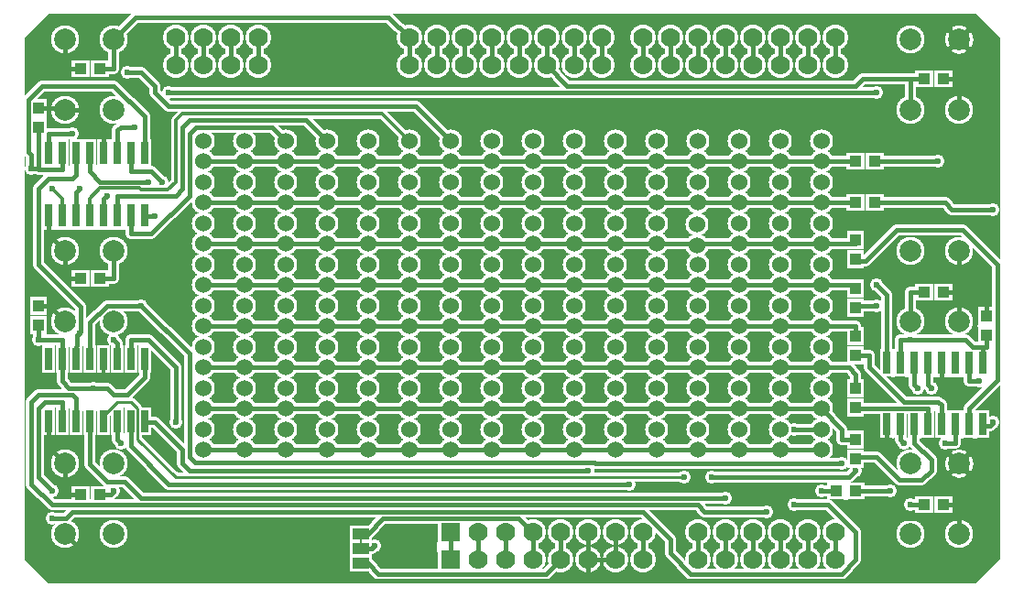
<source format=gbr>
G04 GERBER ASCII OUTPUT FROM: EDWINXP (VER. 1.61 REV. 20080315)*
G04 GERBER FORMAT: RX-274-X*
G04 BOARD: AMICUS_LED_SHIELD*
G04 ARTWORK OF SOLD.LAYERPOSITIVE SUPERIMPOSED ON NEGATIVE*
%ASAXBY*%
%FSLAX23Y23*%
%MIA0B0*%
%MOIN*%
%OFA0.0000B0.0000*%
%SFA1B1*%
%IJA0B0*%
%INLAYER29NEGPOS*%
%IOA0B0*%
%IPPOS*%
%IR0*%
G04 APERTURE MACROS*
%AMEDWDONUT*
1,1,$1,$2,$3*
1,0,$4,$2,$3*
%
%AMEDWFRECT*
20,1,$1,$2,$3,$4,$5,$6*
%
%AMEDWORECT*
20,1,$1,$2,$3,$4,$5,$10*
20,1,$1,$4,$5,$6,$7,$10*
20,1,$1,$6,$7,$8,$9,$10*
20,1,$1,$8,$9,$2,$3,$10*
1,1,$1,$2,$3*
1,1,$1,$4,$5*
1,1,$1,$6,$7*
1,1,$1,$8,$9*
%
%AMEDWLINER*
20,1,$1,$2,$3,$4,$5,$6*
1,1,$1,$2,$3*
1,1,$1,$4,$5*
%
%AMEDWFTRNG*
4,1,3,$1,$2,$3,$4,$5,$6,$7,$8,$9*
%
%AMEDWATRNG*
4,1,3,$1,$2,$3,$4,$5,$6,$7,$8,$9*
20,1,$11,$1,$2,$3,$4,$10*
20,1,$11,$3,$4,$5,$6,$10*
20,1,$11,$5,$6,$7,$8,$10*
1,1,$11,$3,$4*
1,1,$11,$5,$6*
1,1,$11,$7,$8*
%
%AMEDWOTRNG*
20,1,$1,$2,$3,$4,$5,$8*
20,1,$1,$4,$5,$6,$7,$8*
20,1,$1,$6,$7,$2,$3,$8*
1,1,$1,$2,$3*
1,1,$1,$4,$5*
1,1,$1,$6,$7*
%
G04*
G04 APERTURE LIST*
%ADD10R,0.0860X0.0860*%
%ADD11R,0.1100X0.1100*%
%ADD12R,0.0700X0.0700*%
%ADD13R,0.0940X0.0940*%
%ADD14R,0.06693X0.04724*%
%ADD15R,0.09093X0.07124*%
%ADD16R,0.05906X0.03937*%
%ADD17R,0.08306X0.06337*%
%ADD18R,0.0460X0.0500*%
%ADD19R,0.0700X0.0740*%
%ADD20R,0.0400X0.0440*%
%ADD21R,0.0640X0.0680*%
%ADD22R,0.0500X0.0460*%
%ADD23R,0.0740X0.0700*%
%ADD24R,0.0440X0.0400*%
%ADD25R,0.0680X0.0640*%
%ADD26R,0.0350X0.0900*%
%ADD27R,0.0590X0.1140*%
%ADD28R,0.0250X0.0800*%
%ADD29R,0.0490X0.1040*%
%ADD30C,0.00039*%
%ADD32C,0.0010*%
%ADD34C,0.00118*%
%ADD36C,0.0020*%
%ADD37R,0.0020X0.0020*%
%ADD38C,0.00295*%
%ADD39R,0.00295X0.00295*%
%ADD40C,0.0030*%
%ADD41R,0.0030X0.0030*%
%ADD42C,0.0040*%
%ADD43R,0.0040X0.0040*%
%ADD44C,0.00412*%
%ADD45R,0.00412X0.00412*%
%ADD46C,0.00468*%
%ADD47R,0.00468X0.00468*%
%ADD48C,0.00472*%
%ADD50C,0.0050*%
%ADD51R,0.0050X0.0050*%
%ADD52C,0.00512*%
%ADD53R,0.00512X0.00512*%
%ADD54C,0.00529*%
%ADD55R,0.00529X0.00529*%
%ADD56C,0.00591*%
%ADD57R,0.00591X0.00591*%
%ADD58C,0.00647*%
%ADD59R,0.00647X0.00647*%
%ADD60C,0.00659*%
%ADD61R,0.00659X0.00659*%
%ADD62C,0.00702*%
%ADD63R,0.00702X0.00702*%
%ADD64C,0.00706*%
%ADD65R,0.00706X0.00706*%
%ADD66C,0.0076*%
%ADD67R,0.0076X0.0076*%
%ADD68C,0.00787*%
%ADD69R,0.00787X0.00787*%
%ADD70C,0.00799*%
%ADD72C,0.0080*%
%ADD74C,0.00866*%
%ADD76C,0.00935*%
%ADD77R,0.00935X0.00935*%
%ADD78C,0.00984*%
%ADD79R,0.00984X0.00984*%
%ADD80C,0.00993*%
%ADD81R,0.00993X0.00993*%
%ADD82C,0.0100*%
%ADD83R,0.0100X0.0100*%
%ADD84C,0.01052*%
%ADD85R,0.01052X0.01052*%
%ADD86C,0.0111*%
%ADD87R,0.0111X0.0111*%
%ADD88C,0.01111*%
%ADD89R,0.01111X0.01111*%
%ADD90C,0.01169*%
%ADD91R,0.01169X0.01169*%
%ADD92C,0.01181*%
%ADD94C,0.0120*%
%ADD96C,0.0130*%
%ADD98C,0.01344*%
%ADD99R,0.01344X0.01344*%
%ADD100C,0.01345*%
%ADD101R,0.01345X0.01345*%
%ADD102C,0.01348*%
%ADD103R,0.01348X0.01348*%
%ADD104C,0.01403*%
%ADD105R,0.01403X0.01403*%
%ADD106C,0.01462*%
%ADD107R,0.01462X0.01462*%
%ADD108C,0.0150*%
%ADD109R,0.0150X0.0150*%
%ADD110C,0.01519*%
%ADD111R,0.01519X0.01519*%
%ADD112C,0.01575*%
%ADD114C,0.01579*%
%ADD115R,0.01579X0.01579*%
%ADD116C,0.0160*%
%ADD118C,0.01694*%
%ADD119R,0.01694X0.01694*%
%ADD120C,0.01699*%
%ADD121R,0.01699X0.01699*%
%ADD122C,0.01753*%
%ADD123R,0.01753X0.01753*%
%ADD124C,0.01754*%
%ADD125R,0.01754X0.01754*%
%ADD126C,0.0187*%
%ADD127R,0.0187X0.0187*%
%ADD128C,0.01871*%
%ADD129R,0.01871X0.01871*%
%ADD130C,0.01929*%
%ADD131R,0.01929X0.01929*%
%ADD132C,0.01969*%
%ADD133R,0.01969X0.01969*%
%ADD134C,0.02103*%
%ADD135R,0.02103X0.02103*%
%ADD136C,0.02105*%
%ADD137R,0.02105X0.02105*%
%ADD138C,0.02162*%
%ADD139R,0.02162X0.02162*%
%ADD140C,0.02163*%
%ADD141R,0.02163X0.02163*%
%ADD142C,0.02222*%
%ADD143R,0.02222X0.02222*%
%ADD144C,0.0228*%
%ADD145R,0.0228X0.0228*%
%ADD146C,0.02339*%
%ADD147R,0.02339X0.02339*%
%ADD148C,0.02362*%
%ADD149R,0.02362X0.02362*%
%ADD150C,0.0240*%
%ADD151R,0.0240X0.0240*%
%ADD152C,0.0240*%
%ADD153R,0.0240X0.0240*%
%ADD154C,0.02456*%
%ADD155R,0.02456X0.02456*%
%ADD156C,0.0250*%
%ADD157R,0.0250X0.0250*%
%ADD158C,0.02571*%
%ADD159R,0.02571X0.02571*%
%ADD160C,0.02688*%
%ADD161R,0.02688X0.02688*%
%ADD162C,0.02804*%
%ADD163R,0.02804X0.02804*%
%ADD164C,0.02868*%
%ADD165R,0.02868X0.02868*%
%ADD166C,0.0290*%
%ADD168C,0.02921*%
%ADD169R,0.02921X0.02921*%
%ADD170C,0.02991*%
%ADD171R,0.02991X0.02991*%
%ADD172C,0.0300*%
%ADD173R,0.0300X0.0300*%
%ADD174C,0.03038*%
%ADD175R,0.03038X0.03038*%
%ADD176C,0.03059*%
%ADD177R,0.03059X0.03059*%
%ADD178C,0.03102*%
%ADD179R,0.03102X0.03102*%
%ADD180C,0.03155*%
%ADD181R,0.03155X0.03155*%
%ADD182C,0.0316*%
%ADD183R,0.0316X0.0316*%
%ADD184C,0.03187*%
%ADD185R,0.03187X0.03187*%
%ADD186C,0.03199*%
%ADD187R,0.03199X0.03199*%
%ADD188C,0.0320*%
%ADD189R,0.0320X0.0320*%
%ADD190C,0.03266*%
%ADD192C,0.03272*%
%ADD193R,0.03272X0.03272*%
%ADD194C,0.0333*%
%ADD195R,0.0333X0.0333*%
%ADD196C,0.03335*%
%ADD197R,0.03335X0.03335*%
%ADD198C,0.03384*%
%ADD199R,0.03384X0.03384*%
%ADD200C,0.03391*%
%ADD201R,0.03391X0.03391*%
%ADD202C,0.03393*%
%ADD203R,0.03393X0.03393*%
%ADD204C,0.03452*%
%ADD205R,0.03452X0.03452*%
%ADD206C,0.0350*%
%ADD207R,0.0350X0.0350*%
%ADD208C,0.03506*%
%ADD209R,0.03506X0.03506*%
%ADD210C,0.0351*%
%ADD211R,0.0351X0.0351*%
%ADD212C,0.03511*%
%ADD213R,0.03511X0.03511*%
%ADD214C,0.03569*%
%ADD215R,0.03569X0.03569*%
%ADD216C,0.03581*%
%ADD218C,0.0360*%
%ADD220C,0.0370*%
%ADD222C,0.03739*%
%ADD223R,0.03739X0.03739*%
%ADD224C,0.03744*%
%ADD225R,0.03744X0.03744*%
%ADD226C,0.03745*%
%ADD227R,0.03745X0.03745*%
%ADD228C,0.03803*%
%ADD229R,0.03803X0.03803*%
%ADD230C,0.03862*%
%ADD231R,0.03862X0.03862*%
%ADD232C,0.0390*%
%ADD233R,0.0390X0.0390*%
%ADD234C,0.03919*%
%ADD235R,0.03919X0.03919*%
%ADD236C,0.03937*%
%ADD237R,0.03937X0.03937*%
%ADD238C,0.03973*%
%ADD239R,0.03973X0.03973*%
%ADD240C,0.03975*%
%ADD242C,0.03979*%
%ADD243R,0.03979X0.03979*%
%ADD244C,0.0400*%
%ADD245R,0.0400X0.0400*%
%ADD246C,0.0409*%
%ADD247R,0.0409X0.0409*%
%ADD248C,0.04094*%
%ADD249R,0.04094X0.04094*%
%ADD250C,0.04153*%
%ADD251R,0.04153X0.04153*%
%ADD252C,0.04154*%
%ADD253R,0.04154X0.04154*%
%ADD254C,0.04173*%
%ADD255R,0.04173X0.04173*%
%ADD256C,0.04209*%
%ADD257R,0.04209X0.04209*%
%ADD258C,0.0427*%
%ADD259R,0.0427X0.0427*%
%ADD260C,0.04271*%
%ADD261R,0.04271X0.04271*%
%ADD262C,0.04329*%
%ADD263R,0.04329X0.04329*%
%ADD264C,0.04385*%
%ADD265R,0.04385X0.04385*%
%ADD266C,0.0444*%
%ADD267R,0.0444X0.0444*%
%ADD268C,0.0450*%
%ADD269R,0.0450X0.0450*%
%ADD270C,0.04503*%
%ADD271R,0.04503X0.04503*%
%ADD272C,0.04505*%
%ADD273R,0.04505X0.04505*%
%ADD274C,0.04562*%
%ADD275R,0.04562X0.04562*%
%ADD276C,0.04563*%
%ADD277R,0.04563X0.04563*%
%ADD278C,0.04622*%
%ADD279R,0.04622X0.04622*%
%ADD280C,0.0468*%
%ADD281R,0.0468X0.0468*%
%ADD282C,0.0470*%
%ADD283R,0.0470X0.0470*%
%ADD284C,0.04739*%
%ADD285R,0.04739X0.04739*%
%ADD286C,0.04762*%
%ADD287R,0.04762X0.04762*%
%ADD288C,0.04856*%
%ADD289R,0.04856X0.04856*%
%ADD290C,0.0490*%
%ADD291R,0.0490X0.0490*%
%ADD292C,0.04908*%
%ADD293R,0.04908X0.04908*%
%ADD294C,0.04971*%
%ADD295R,0.04971X0.04971*%
%ADD296C,0.0500*%
%ADD297R,0.0500X0.0500*%
%ADD298C,0.05025*%
%ADD299R,0.05025X0.05025*%
%ADD300C,0.05088*%
%ADD301R,0.05088X0.05088*%
%ADD302C,0.05118*%
%ADD303R,0.05118X0.05118*%
%ADD304C,0.05141*%
%ADD305R,0.05141X0.05141*%
%ADD306C,0.05145*%
%ADD307R,0.05145X0.05145*%
%ADD308C,0.05204*%
%ADD309R,0.05204X0.05204*%
%ADD310C,0.05258*%
%ADD311R,0.05258X0.05258*%
%ADD312C,0.05321*%
%ADD313R,0.05321X0.05321*%
%ADD314C,0.05375*%
%ADD315R,0.05375X0.05375*%
%ADD316C,0.05438*%
%ADD317R,0.05438X0.05438*%
%ADD318C,0.0550*%
%ADD319R,0.0550X0.0550*%
%ADD320C,0.05555*%
%ADD321R,0.05555X0.05555*%
%ADD322C,0.0560*%
%ADD323R,0.0560X0.0560*%
%ADD324C,0.05613*%
%ADD325R,0.05613X0.05613*%
%ADD326C,0.05672*%
%ADD327R,0.05672X0.05672*%
%ADD328C,0.0570*%
%ADD329R,0.0570X0.0570*%
%ADD330C,0.05726*%
%ADD331R,0.05726X0.05726*%
%ADD332C,0.0573*%
%ADD333R,0.0573X0.0573*%
%ADD334C,0.05788*%
%ADD335R,0.05788X0.05788*%
%ADD336C,0.05791*%
%ADD337R,0.05791X0.05791*%
%ADD338C,0.05846*%
%ADD339R,0.05846X0.05846*%
%ADD340C,0.0590*%
%ADD341R,0.0590X0.0590*%
%ADD342C,0.05905*%
%ADD343R,0.05905X0.05905*%
%ADD344C,0.05906*%
%ADD345R,0.05906X0.05906*%
%ADD346C,0.0600*%
%ADD347R,0.0600X0.0600*%
%ADD348C,0.06139*%
%ADD349R,0.06139X0.06139*%
%ADD350C,0.0620*%
%ADD351R,0.0620X0.0620*%
%ADD352C,0.06201*%
%ADD353R,0.06201X0.06201*%
%ADD354C,0.06373*%
%ADD355R,0.06373X0.06373*%
%ADD356C,0.06485*%
%ADD357R,0.06485X0.06485*%
%ADD358C,0.0649*%
%ADD359R,0.0649X0.0649*%
%ADD360C,0.0650*%
%ADD361R,0.0650X0.0650*%
%ADD362C,0.06609*%
%ADD363R,0.06609X0.06609*%
%ADD364C,0.06693*%
%ADD365R,0.06693X0.06693*%
%ADD366C,0.06785*%
%ADD367R,0.06785X0.06785*%
%ADD368C,0.0684*%
%ADD369R,0.0684X0.0684*%
%ADD370C,0.0690*%
%ADD371R,0.0690X0.0690*%
%ADD372C,0.06906*%
%ADD373R,0.06906X0.06906*%
%ADD374C,0.06953*%
%ADD375R,0.06953X0.06953*%
%ADD376C,0.0700*%
%ADD377R,0.0700X0.0700*%
%ADD378C,0.0710*%
%ADD379R,0.0710X0.0710*%
%ADD380C,0.07308*%
%ADD381R,0.07308X0.07308*%
%ADD382C,0.0740*%
%ADD383R,0.0740X0.0740*%
%ADD384C,0.07425*%
%ADD385R,0.07425X0.07425*%
%ADD386C,0.0750*%
%ADD387R,0.0750X0.0750*%
%ADD388C,0.07541*%
%ADD389R,0.07541X0.07541*%
%ADD390C,0.07545*%
%ADD391R,0.07545X0.07545*%
%ADD392C,0.07598*%
%ADD394C,0.0760*%
%ADD396C,0.07658*%
%ADD397R,0.07658X0.07658*%
%ADD398C,0.07775*%
%ADD399R,0.07775X0.07775*%
%ADD400C,0.07874*%
%ADD402C,0.0790*%
%ADD403R,0.0790X0.0790*%
%ADD404C,0.0800*%
%ADD405R,0.0800X0.0800*%
%ADD406C,0.08013*%
%ADD407R,0.08013X0.08013*%
%ADD408C,0.0810*%
%ADD409R,0.0810X0.0810*%
%ADD410C,0.08126*%
%ADD411R,0.08126X0.08126*%
%ADD412C,0.08188*%
%ADD413R,0.08188X0.08188*%
%ADD414C,0.08246*%
%ADD415R,0.08246X0.08246*%
%ADD416C,0.08296*%
%ADD417R,0.08296X0.08296*%
%ADD418C,0.08305*%
%ADD419R,0.08305X0.08305*%
%ADD420C,0.08306*%
%ADD421R,0.08306X0.08306*%
%ADD422C,0.0840*%
%ADD423R,0.0840X0.0840*%
%ADD424C,0.08598*%
%ADD426C,0.0860*%
%ADD427R,0.0860X0.0860*%
%ADD428C,0.08601*%
%ADD429R,0.08601X0.08601*%
%ADD430C,0.0870*%
%ADD431R,0.0870X0.0870*%
%ADD432C,0.08828*%
%ADD433R,0.08828X0.08828*%
%ADD434C,0.08885*%
%ADD435R,0.08885X0.08885*%
%ADD436C,0.0890*%
%ADD437R,0.0890X0.0890*%
%ADD438C,0.0900*%
%ADD439R,0.0900X0.0900*%
%ADD440C,0.09062*%
%ADD441R,0.09062X0.09062*%
%ADD442C,0.09093*%
%ADD443R,0.09093X0.09093*%
%ADD444C,0.09237*%
%ADD445R,0.09237X0.09237*%
%ADD446C,0.09353*%
%ADD447R,0.09353X0.09353*%
%ADD448C,0.0940*%
%ADD449R,0.0940X0.0940*%
%ADD450C,0.0970*%
%ADD451R,0.0970X0.0970*%
%ADD452C,0.09705*%
%ADD453R,0.09705X0.09705*%
%ADD454C,0.09843*%
%ADD455R,0.09843X0.09843*%
%ADD456C,0.0990*%
%ADD457R,0.0990X0.0990*%
%ADD458C,0.09998*%
%ADD460C,0.1000*%
%ADD461R,0.1000X0.1000*%
%ADD462C,0.10274*%
%ADD464C,0.1040*%
%ADD465R,0.1040X0.1040*%
%ADD466C,0.10465*%
%ADD467R,0.10465X0.10465*%
%ADD468C,0.10696*%
%ADD469R,0.10696X0.10696*%
%ADD470C,0.10998*%
%ADD472C,0.1100*%
%ADD473R,0.1100X0.1100*%
%ADD474C,0.1110*%
%ADD475R,0.1110X0.1110*%
%ADD476C,0.1120*%
%ADD477R,0.1120X0.1120*%
%ADD478C,0.11228*%
%ADD479R,0.11228X0.11228*%
%ADD480C,0.1140*%
%ADD481R,0.1140X0.1140*%
%ADD482C,0.11462*%
%ADD483R,0.11462X0.11462*%
%ADD484C,0.1150*%
%ADD485R,0.1150X0.1150*%
%ADD486C,0.11637*%
%ADD487R,0.11637X0.11637*%
%ADD488C,0.1200*%
%ADD489R,0.1200X0.1200*%
%ADD490C,0.1210*%
%ADD491R,0.1210X0.1210*%
%ADD492C,0.12105*%
%ADD493R,0.12105X0.12105*%
%ADD494C,0.1240*%
%ADD495R,0.1240X0.1240*%
%ADD496C,0.1250*%
%ADD497R,0.1250X0.1250*%
%ADD498C,0.12865*%
%ADD499R,0.12865X0.12865*%
%ADD500C,0.12992*%
%ADD501R,0.12992X0.12992*%
%ADD502C,0.1300*%
%ADD503R,0.1300X0.1300*%
%ADD504C,0.13204*%
%ADD505R,0.13204X0.13204*%
%ADD506C,0.1340*%
%ADD507R,0.1340X0.1340*%
%ADD508C,0.13798*%
%ADD509R,0.13798X0.13798*%
%ADD510C,0.1390*%
%ADD511R,0.1390X0.1390*%
%ADD512C,0.1420*%
%ADD513R,0.1420X0.1420*%
%ADD514C,0.1440*%
%ADD515R,0.1440X0.1440*%
%ADD516C,0.1490*%
%ADD517R,0.1490X0.1490*%
%ADD518C,0.1520*%
%ADD519R,0.1520X0.1520*%
%ADD520C,0.15374*%
%ADD521R,0.15374X0.15374*%
%ADD522C,0.1540*%
%ADD523R,0.1540X0.1540*%
%ADD524C,0.15604*%
%ADD525R,0.15604X0.15604*%
%ADD526C,0.16198*%
%ADD527R,0.16198X0.16198*%
%ADD528C,0.1660*%
%ADD529R,0.1660X0.1660*%
%ADD530C,0.17323*%
%ADD532C,0.1760*%
%ADD533R,0.1760X0.1760*%
%ADD534C,0.17774*%
%ADD535R,0.17774X0.17774*%
%ADD536C,0.18504*%
%ADD538C,0.18898*%
%ADD540C,0.20904*%
%ADD542C,0.2126*%
%ADD544C,0.21298*%
%ADD546C,0.22217*%
%ADD547R,0.22217X0.22217*%
%ADD548C,0.22835*%
%ADD551R,0.23622X0.23622*%
%ADD553R,0.24617X0.24617*%
%ADD555R,0.24937X0.24937*%
%ADD557R,0.25257X0.25257*%
%ADD559R,0.26022X0.26022*%
%ADD561R,0.27337X0.27337*%
%ADD563R,0.27657X0.27657*%
%ADD565R,0.31496X0.31496*%
%ADD567R,0.32811X0.32811*%
%ADD569R,0.33266X0.33266*%
%ADD571R,0.33896X0.33896*%
%ADD573R,0.35211X0.35211*%
%ADD575R,0.35666X0.35666*%
%ADD577R,0.36574X0.36574*%
%ADD579R,0.38974X0.38974*%
%ADD581R,1.90361X1.90361*%
%ADD583R,1.92761X1.92761*%
G04*
%LNLLAYER29CPOURD*%
%LPD*%
G36*
X2063Y100D02*
X2025Y13D01*
X100Y13D01*
X13Y100D01*
X13Y2000D01*
X100Y2088D01*
X3475Y2088D01*
X3563Y2000D01*
X3563Y100D01*
X3475Y13D01*
X2088Y13D01*
X2063Y100D01*
G37*
G36*
X2063Y100D02*
X1975Y13D01*
X2138Y13D01*
X2063Y100D01*
G37*
%LNLLAYER29CRELIEVEC*%
%LPC*%
G36*
X42Y1714D02*
X42Y1707D01*
X95Y1707D01*
X95Y1714D01*
X42Y1714D01*
G37*
G36*
X121Y1633D02*
X121Y1540D01*
X131Y1540D01*
X131Y1633D01*
X121Y1633D01*
G37*
G36*
X165Y1533D02*
X165Y1503D01*
X182Y1503D01*
X182Y1533D01*
X165Y1533D01*
G37*
G36*
X220Y1617D02*
X220Y1632D01*
X232Y1632D01*
X232Y1617D01*
X220Y1617D01*
G37*
G36*
X217Y1622D02*
X217Y1528D01*
X229Y1528D01*
X229Y1622D01*
X217Y1622D01*
G37*
G36*
X318Y1614D02*
X318Y1632D01*
X335Y1632D01*
X335Y1614D01*
X318Y1614D01*
G37*
G36*
X318Y1621D02*
X318Y1527D01*
X329Y1527D01*
X329Y1621D01*
X318Y1621D01*
G37*
G36*
X369Y1563D02*
X369Y1633D01*
X382Y1633D01*
X382Y1563D01*
X369Y1563D01*
G37*
G36*
X366Y1662D02*
X366Y1527D01*
X431Y1527D01*
X431Y1662D01*
X366Y1662D01*
G37*
G36*
X269Y1537D02*
X269Y1487D01*
X401Y1487D01*
X401Y1537D01*
X269Y1537D01*
G37*
G36*
X472Y1478D02*
X472Y1461D01*
X505Y1461D01*
X505Y1478D01*
X472Y1478D01*
G37*
G36*
X374Y1752D02*
X374Y1683D01*
X431Y1683D01*
X431Y1752D01*
X374Y1752D01*
G37*
G36*
X361Y1717D02*
X361Y1686D01*
X382Y1686D01*
X382Y1717D01*
X361Y1717D01*
G37*
G36*
X80Y1531D02*
X80Y1302D01*
X446Y1302D01*
X446Y1531D01*
X80Y1531D01*
G37*
G36*
X467Y1339D02*
X467Y1308D01*
X485Y1308D01*
X485Y1339D01*
X467Y1339D01*
G37*
G36*
X466Y1417D02*
X466Y1346D01*
X517Y1346D01*
X517Y1417D01*
X466Y1417D01*
G37*
G36*
X510Y1414D02*
X510Y1386D01*
X567Y1386D01*
X567Y1414D01*
X510Y1414D01*
G37*
G36*
X511Y1397D02*
X511Y1356D01*
X533Y1356D01*
X533Y1397D01*
X511Y1397D01*
G37*
G36*
X526Y1400D02*
X526Y1365D01*
X548Y1365D01*
X548Y1400D01*
X526Y1400D01*
G37*
G36*
X625Y1604D02*
X625Y1425D01*
X648Y1425D01*
X648Y1604D01*
X625Y1604D01*
G37*
G36*
X156Y926D02*
X156Y875D01*
X190Y875D01*
X190Y926D01*
X156Y926D01*
G37*
G36*
X217Y911D02*
X217Y878D01*
X236Y878D01*
X236Y911D01*
X217Y911D01*
G37*
G36*
X355Y664D02*
X355Y654D01*
X397Y654D01*
X397Y664D01*
X355Y664D01*
G37*
G36*
X169Y683D02*
X169Y650D01*
X191Y650D01*
X191Y683D01*
X169Y683D01*
G37*
G36*
X196Y714D02*
X196Y642D01*
X334Y642D01*
X334Y714D01*
X196Y714D01*
G37*
G36*
X365Y561D02*
X365Y540D01*
X388Y540D01*
X388Y561D01*
X365Y561D01*
G37*
G36*
X625Y851D02*
X625Y523D01*
X650Y523D01*
X650Y851D01*
X625Y851D01*
G37*
G36*
X688Y491D02*
X688Y454D01*
X2592Y454D01*
X2592Y491D01*
X688Y491D01*
G37*
G36*
X2634Y488D02*
X2634Y468D01*
X2886Y468D01*
X2886Y488D01*
X2634Y488D01*
G37*
G36*
X3535Y948D02*
X3535Y955D01*
X3480Y955D01*
X3480Y948D01*
X3535Y948D01*
G37*
G36*
X3468Y767D02*
X3468Y858D01*
X3483Y858D01*
X3483Y767D01*
X3468Y767D01*
G37*
G36*
X3494Y886D02*
X3494Y727D01*
X3538Y727D01*
X3538Y886D01*
X3494Y886D01*
G37*
G36*
X3219Y884D02*
X3219Y765D01*
X3441Y765D01*
X3441Y884D01*
X3219Y884D01*
G37*
G36*
X3264Y776D02*
X3264Y738D01*
X3285Y738D01*
X3285Y776D01*
X3264Y776D01*
G37*
G36*
X3169Y772D02*
X3169Y869D01*
X3182Y869D01*
X3182Y772D01*
X3169Y772D01*
G37*
G36*
X3166Y797D02*
X3166Y765D01*
X3180Y765D01*
X3180Y797D01*
X3166Y797D01*
G37*
G36*
X3313Y660D02*
X3313Y641D01*
X3334Y641D01*
X3334Y660D01*
X3313Y660D01*
G37*
G36*
X3171Y634D02*
X3171Y540D01*
X3178Y540D01*
X3178Y634D01*
X3171Y634D01*
G37*
G36*
X3272Y635D02*
X3272Y541D01*
X3277Y541D01*
X3277Y635D01*
X3272Y635D01*
G37*
G36*
X3270Y551D02*
X3270Y540D01*
X3279Y540D01*
X3279Y551D01*
X3270Y551D01*
G37*
G36*
X3368Y540D02*
X3368Y645D01*
X3382Y645D01*
X3382Y540D01*
X3368Y540D01*
G37*
G36*
X3420Y556D02*
X3420Y644D01*
X3431Y644D01*
X3431Y556D01*
X3420Y556D01*
G37*
G36*
X3418Y572D02*
X3418Y540D01*
X3431Y540D01*
X3431Y572D01*
X3418Y572D01*
G37*
G36*
X3466Y552D02*
X3466Y645D01*
X3480Y645D01*
X3480Y552D01*
X3466Y552D01*
G37*
G36*
X3464Y567D02*
X3464Y540D01*
X3482Y540D01*
X3482Y567D01*
X3464Y567D01*
G37*
G36*
X3282Y464D02*
X3282Y427D01*
X3296Y427D01*
X3296Y464D01*
X3282Y464D01*
G37*
G36*
X3277Y435D02*
X3277Y416D01*
X3288Y416D01*
X3288Y435D01*
X3277Y435D01*
G37*
G36*
X3213Y406D02*
X3213Y425D01*
X3182Y425D01*
X3182Y406D01*
X3213Y406D01*
G37*
G36*
X2994Y384D02*
X2994Y317D01*
X3010Y317D01*
X3010Y384D01*
X2994Y384D01*
G37*
G36*
X2973Y215D02*
X2973Y94D01*
X3024Y94D01*
X3024Y215D01*
X2973Y215D01*
G37*
G36*
X1585Y240D02*
X1585Y65D01*
X1644Y65D01*
X1644Y240D01*
X1585Y240D01*
G37*
G36*
X1680Y236D02*
X1680Y65D01*
X1738Y65D01*
X1738Y236D01*
X1680Y236D01*
G37*
G36*
X1779Y237D02*
X1779Y63D01*
X1836Y63D01*
X1836Y237D01*
X1779Y237D01*
G37*
G36*
X1515Y163D02*
X1515Y129D01*
X1848Y129D01*
X1848Y163D01*
X1515Y163D01*
G37*
D422*
X1113Y575D02*D03*
X1113Y501D02*D03*
X1113Y725D02*D03*
X1113Y651D02*D03*
X1113Y875D02*D03*
X1113Y801D02*D03*
X1113Y1025D02*D03*
X1113Y951D02*D03*
X1113Y1175D02*D03*
X1113Y1101D02*D03*
D448*
X2263Y2000D02*D03*
X2363Y2000D02*D03*
X2463Y2000D02*D03*
X2563Y2000D02*D03*
X2663Y2000D02*D03*
X2763Y2000D02*D03*
X2863Y2000D02*D03*
X2963Y2000D02*D03*
X1763Y100D02*D03*
X1863Y100D02*D03*
X1963Y100D02*D03*
X2263Y100D02*D03*
X1413Y2000D02*D03*
X1513Y2000D02*D03*
X1613Y2000D02*D03*
X1713Y2000D02*D03*
X1813Y2000D02*D03*
X1913Y2000D02*D03*
X2013Y2000D02*D03*
X2113Y2000D02*D03*
X2463Y100D02*D03*
X2563Y100D02*D03*
X2663Y100D02*D03*
X2763Y100D02*D03*
X2863Y100D02*D03*
X2963Y100D02*D03*
D13* 
X1563Y200D02*D03*
D448*
X1663Y200D02*D03*
X1763Y200D02*D03*
X1863Y200D02*D03*
X1963Y200D02*D03*
X2263Y200D02*D03*
X563Y1900D02*D03*
X663Y1900D02*D03*
X763Y1900D02*D03*
X863Y1900D02*D03*
X2463Y200D02*D03*
X2563Y200D02*D03*
X2663Y200D02*D03*
X2763Y200D02*D03*
X2863Y200D02*D03*
X2963Y200D02*D03*
X1413Y1900D02*D03*
X1513Y1900D02*D03*
X1613Y1900D02*D03*
X1713Y1900D02*D03*
X1813Y1900D02*D03*
X1913Y1900D02*D03*
X2013Y1900D02*D03*
X2113Y1900D02*D03*
X2263Y1900D02*D03*
X2363Y1900D02*D03*
X2463Y1900D02*D03*
X2563Y1900D02*D03*
X2663Y1900D02*D03*
X2763Y1900D02*D03*
X2863Y1900D02*D03*
X2963Y1900D02*D03*
D422*
X1113Y1625D02*D03*
X1113Y1551D02*D03*
X1263Y575D02*D03*
X1263Y501D02*D03*
X1263Y725D02*D03*
X1263Y651D02*D03*
X1263Y875D02*D03*
X1263Y801D02*D03*
X1263Y1025D02*D03*
X1263Y951D02*D03*
X1263Y1175D02*D03*
X1263Y1101D02*D03*
X963Y575D02*D03*
X963Y501D02*D03*
X963Y725D02*D03*
X963Y651D02*D03*
X963Y875D02*D03*
X963Y801D02*D03*
X963Y1025D02*D03*
X963Y951D02*D03*
X963Y1175D02*D03*
X963Y1101D02*D03*
X963Y1325D02*D03*
X963Y1251D02*D03*
X963Y1475D02*D03*
X963Y1401D02*D03*
X963Y1625D02*D03*
X963Y1551D02*D03*
D462*
X338Y1993D02*D03*
X338Y1738D02*D03*
D17* 
X1238Y88D02*D03*
X1238Y142D02*D03*
X1238Y196D02*D03*
D21* 
X63Y1675D02*D03*
D422*
X1563Y875D02*D03*
X1563Y801D02*D03*
X1563Y1025D02*D03*
X1563Y951D02*D03*
X1563Y1175D02*D03*
X1563Y1101D02*D03*
X1563Y1325D02*D03*
X1563Y1251D02*D03*
X1563Y1475D02*D03*
X1563Y1401D02*D03*
X1563Y1625D02*D03*
X1563Y1551D02*D03*
X1413Y575D02*D03*
X1413Y501D02*D03*
X1413Y725D02*D03*
X1413Y651D02*D03*
X1413Y875D02*D03*
X1413Y801D02*D03*
X1263Y1325D02*D03*
X1263Y1251D02*D03*
X1263Y1475D02*D03*
X1263Y1401D02*D03*
X1263Y1625D02*D03*
X1263Y1551D02*D03*
X1113Y1325D02*D03*
X1113Y1251D02*D03*
X1113Y1475D02*D03*
X1113Y1401D02*D03*
D448*
X563Y2000D02*D03*
X663Y2000D02*D03*
X763Y2000D02*D03*
X863Y2000D02*D03*
D25* 
X3108Y1550D02*D03*
X3038Y1550D02*D03*
D422*
X1713Y1625D02*D03*
X1713Y1551D02*D03*
X1863Y575D02*D03*
X1863Y501D02*D03*
X1863Y725D02*D03*
X1863Y651D02*D03*
X1863Y875D02*D03*
X1863Y801D02*D03*
X1863Y1025D02*D03*
X1863Y951D02*D03*
X1863Y1175D02*D03*
X1863Y1101D02*D03*
X1863Y1325D02*D03*
X1863Y1251D02*D03*
X1863Y1475D02*D03*
X1863Y1401D02*D03*
X1863Y1625D02*D03*
X1863Y1551D02*D03*
X1413Y1025D02*D03*
X1413Y951D02*D03*
X1413Y1175D02*D03*
X1413Y1101D02*D03*
X1413Y1325D02*D03*
X1413Y1251D02*D03*
X1413Y1475D02*D03*
X1413Y1401D02*D03*
X1413Y1625D02*D03*
X1413Y1551D02*D03*
X1563Y575D02*D03*
X1563Y501D02*D03*
X1563Y725D02*D03*
X1563Y651D02*D03*
X2013Y1625D02*D03*
X2013Y1551D02*D03*
X2163Y575D02*D03*
X2163Y501D02*D03*
X2163Y725D02*D03*
X2163Y651D02*D03*
X2163Y875D02*D03*
X2163Y801D02*D03*
X2163Y1025D02*D03*
X2163Y951D02*D03*
X2163Y1175D02*D03*
X2163Y1101D02*D03*
X2163Y1325D02*D03*
X2163Y1251D02*D03*
X2163Y1475D02*D03*
X2163Y1401D02*D03*
X2163Y1625D02*D03*
X2163Y1551D02*D03*
X1713Y575D02*D03*
X1713Y501D02*D03*
X1713Y725D02*D03*
X1713Y651D02*D03*
X1713Y875D02*D03*
X1713Y801D02*D03*
X1713Y1025D02*D03*
X1713Y951D02*D03*
X1713Y1175D02*D03*
X1713Y1101D02*D03*
X1713Y1325D02*D03*
X1713Y1251D02*D03*
X1713Y1475D02*D03*
X1713Y1401D02*D03*
X2313Y1625D02*D03*
X2313Y1551D02*D03*
X2463Y575D02*D03*
X2463Y501D02*D03*
X2463Y725D02*D03*
X2463Y651D02*D03*
X2463Y875D02*D03*
X2463Y801D02*D03*
X2463Y1025D02*D03*
X2463Y951D02*D03*
X2463Y1175D02*D03*
X2463Y1101D02*D03*
X2461Y1320D02*D03*
X2461Y1246D02*D03*
X2463Y1475D02*D03*
X2463Y1401D02*D03*
X2463Y1625D02*D03*
X2463Y1551D02*D03*
X2013Y575D02*D03*
X2013Y501D02*D03*
X2013Y725D02*D03*
X2013Y651D02*D03*
X2013Y875D02*D03*
X2013Y801D02*D03*
X2013Y1025D02*D03*
X2013Y951D02*D03*
X2013Y1175D02*D03*
X2013Y1101D02*D03*
X2013Y1325D02*D03*
X2013Y1251D02*D03*
X2013Y1475D02*D03*
X2013Y1401D02*D03*
X2613Y1625D02*D03*
X2613Y1551D02*D03*
X2763Y575D02*D03*
X2763Y501D02*D03*
X2763Y725D02*D03*
X2763Y651D02*D03*
X2763Y875D02*D03*
X2763Y801D02*D03*
X2763Y1025D02*D03*
X2763Y951D02*D03*
X2763Y1175D02*D03*
X2763Y1101D02*D03*
X2763Y1325D02*D03*
X2763Y1251D02*D03*
X2763Y1475D02*D03*
X2763Y1401D02*D03*
X2763Y1625D02*D03*
X2763Y1551D02*D03*
X2313Y575D02*D03*
X2313Y501D02*D03*
X2313Y725D02*D03*
X2313Y651D02*D03*
X2313Y875D02*D03*
X2313Y801D02*D03*
X2313Y1025D02*D03*
X2313Y951D02*D03*
X2313Y1175D02*D03*
X2313Y1101D02*D03*
X2313Y1325D02*D03*
X2313Y1251D02*D03*
X2313Y1475D02*D03*
X2313Y1401D02*D03*
X2913Y1625D02*D03*
X2913Y1551D02*D03*
X813Y575D02*D03*
X813Y501D02*D03*
X813Y725D02*D03*
X813Y651D02*D03*
X813Y875D02*D03*
X813Y801D02*D03*
X813Y1025D02*D03*
X813Y951D02*D03*
X813Y1175D02*D03*
X813Y1101D02*D03*
X813Y1325D02*D03*
X813Y1251D02*D03*
X813Y1475D02*D03*
X813Y1401D02*D03*
X813Y1625D02*D03*
X813Y1551D02*D03*
X2613Y575D02*D03*
X2613Y501D02*D03*
X2613Y725D02*D03*
X2613Y651D02*D03*
X2613Y875D02*D03*
X2613Y801D02*D03*
X2613Y1025D02*D03*
X2613Y951D02*D03*
X2613Y1175D02*D03*
X2613Y1101D02*D03*
X2613Y1325D02*D03*
X2613Y1251D02*D03*
X2613Y1475D02*D03*
X2613Y1401D02*D03*
D462*
X338Y1225D02*D03*
X338Y969D02*D03*
D422*
X663Y575D02*D03*
X663Y501D02*D03*
X663Y725D02*D03*
X663Y651D02*D03*
X663Y875D02*D03*
X663Y801D02*D03*
X663Y1025D02*D03*
X663Y951D02*D03*
X663Y1175D02*D03*
X663Y1101D02*D03*
X663Y1325D02*D03*
X663Y1251D02*D03*
X663Y1475D02*D03*
X663Y1401D02*D03*
X663Y1625D02*D03*
X663Y1551D02*D03*
X2913Y575D02*D03*
X2913Y501D02*D03*
X2913Y725D02*D03*
X2913Y651D02*D03*
X2913Y875D02*D03*
X2913Y801D02*D03*
X2913Y1025D02*D03*
X2913Y951D02*D03*
X2913Y1175D02*D03*
X2913Y1101D02*D03*
X2913Y1325D02*D03*
X2913Y1251D02*D03*
X2913Y1475D02*D03*
X2913Y1401D02*D03*
D13* 
X1563Y100D02*D03*
D448*
X1663Y100D02*D03*
D460*
X563Y100D02*D03*
X1063Y2000D02*D03*
D21* 
X63Y955D02*D03*
X3513Y918D02*D03*
D29* 
X3500Y593D02*D03*
X3450Y593D02*D03*
X3400Y593D02*D03*
X3350Y593D02*D03*
X3300Y593D02*D03*
X3250Y593D02*D03*
X3200Y593D02*D03*
X3150Y818D02*D03*
X3200Y818D02*D03*
X3250Y818D02*D03*
X3300Y818D02*D03*
X3400Y818D02*D03*
X3450Y818D02*D03*
X3500Y818D02*D03*
X450Y605D02*D03*
X400Y605D02*D03*
X350Y605D02*D03*
X300Y605D02*D03*
X250Y605D02*D03*
X200Y605D02*D03*
X150Y605D02*D03*
X100Y830D02*D03*
X150Y830D02*D03*
X200Y830D02*D03*
X250Y830D02*D03*
X350Y830D02*D03*
X400Y830D02*D03*
X450Y830D02*D03*
X450Y1355D02*D03*
X400Y1355D02*D03*
X350Y1355D02*D03*
X300Y1355D02*D03*
X250Y1355D02*D03*
X200Y1355D02*D03*
X150Y1355D02*D03*
X100Y1580D02*D03*
X150Y1580D02*D03*
X200Y1580D02*D03*
X250Y1580D02*D03*
X350Y1580D02*D03*
X400Y1580D02*D03*
X450Y1580D02*D03*
D462*
X3238Y1738D02*D03*
X3238Y1993D02*D03*
X3238Y969D02*D03*
X3238Y1225D02*D03*
X3238Y194D02*D03*
X3238Y450D02*D03*
X338Y450D02*D03*
X338Y194D02*D03*
D25* 
X3108Y1400D02*D03*
X3038Y1400D02*D03*
D21* 
X3038Y1193D02*D03*
X3038Y1263D02*D03*
X3038Y1018D02*D03*
X3038Y1088D02*D03*
X3038Y843D02*D03*
X3038Y913D02*D03*
X3038Y655D02*D03*
X3038Y725D02*D03*
X3038Y468D02*D03*
X3038Y538D02*D03*
D25* 
X3038Y350D02*D03*
X2968Y350D02*D03*
X3288Y1850D02*D03*
X3288Y1075D02*D03*
X3288Y300D02*D03*
X288Y338D02*D03*
X288Y1125D02*D03*
X288Y1888D02*D03*
D460*
X3475Y1463D02*D03*
D21* 
X63Y1745D02*D03*
D29* 
X100Y605D02*D03*
D21* 
X3513Y988D02*D03*
X63Y1025D02*D03*
D29* 
X3150Y593D02*D03*
D448*
X2163Y200D02*D03*
X2063Y200D02*D03*
D29* 
X300Y830D02*D03*
X300Y1580D02*D03*
D448*
X2163Y100D02*D03*
X2063Y100D02*D03*
D462*
X160Y1993D02*D03*
X160Y1738D02*D03*
X160Y1225D02*D03*
X160Y969D02*D03*
X160Y450D02*D03*
X160Y194D02*D03*
X3415Y194D02*D03*
D94* 
G75*
G01X3395Y409D02*
G03X3434Y409I19J41D01*
G01*
G75*
G01X3456Y431D02*
G03X3456Y469I-41J19D01*
G01*
G75*
G01X3434Y491D02*
G03X3395Y491I-19J-41D01*
G01*
G75*
G01X3374Y469D02*
G03X3374Y431I41J-19D01*
G01*
D462*
X3415Y969D02*D03*
X3415Y1225D02*D03*
X3415Y1738D02*D03*
D94* 
G75*
G01X3395Y1952D02*
G03X3434Y1952I19J41D01*
G01*
G75*
G01X3456Y1974D02*
G03X3456Y2013I-41J19D01*
G01*
G75*
G01X3434Y2035D02*
G03X3395Y2035I-19J-41D01*
G01*
G75*
G01X3374Y2013D02*
G03X3374Y1974I41J-19D01*
G01*
D25* 
X3358Y1850D02*D03*
X3358Y1075D02*D03*
X3358Y300D02*D03*
X218Y338D02*D03*
X218Y1125D02*D03*
X218Y1888D02*D03*
D286*
X413Y1675D02*D03*
X538Y1800D02*D03*
X3113Y1800D02*D03*
X3113Y1100D02*D03*
X1288Y150D02*D03*
X3038Y425D02*D03*
X2513Y400D02*D03*
X63Y900D02*D03*
X263Y725D02*D03*
X38Y1525D02*D03*
X3238Y900D02*D03*
X113Y250D02*D03*
X113Y350D02*D03*
X2713Y275D02*D03*
X2563Y325D02*D03*
X2413Y400D02*D03*
X363Y525D02*D03*
X2213Y375D02*D03*
X2063Y425D02*D03*
X563Y600D02*D03*
X113Y1450D02*D03*
X388Y1875D02*D03*
X213Y1450D02*D03*
X313Y1425D02*D03*
X488Y1350D02*D03*
X3238Y300D02*D03*
X338Y350D02*D03*
X3113Y1025D02*D03*
X3538Y600D02*D03*
X3538Y1375D02*D03*
X3488Y750D02*D03*
X3338Y1550D02*D03*
X3263Y725D02*D03*
X213Y925D02*D03*
X2988Y450D02*D03*
X3313Y725D02*D03*
X463Y1475D02*D03*
X438Y1025D02*D03*
X513Y1475D02*D03*
X338Y900D02*D03*
X188Y1650D02*D03*
X2813Y575D02*D03*
X2813Y300D02*D03*
X2913Y350D02*D03*
X3213Y525D02*D03*
X3163Y350D02*D03*
X3363Y525D02*D03*
D188*
X1238Y138D02*
X1238Y200D01*
D240*
X2713Y275D02*
X2488Y275D01*
X2463Y300D01*
X113Y300D01*
X38Y375D01*
X38Y675D01*
X63Y700D01*
X188Y700D01*
X200Y688D01*
X200Y600D01*
X2563Y325D02*
X438Y325D01*
X376Y386D01*
X313Y386D01*
X250Y449D01*
X250Y600D01*
D112*
X3415Y1738D02*
X3415Y1850D01*
X3358Y1850D01*
X2063Y100D02*
X2063Y25D01*
X3415Y194D02*
X3415Y250D01*
X3413Y250D01*
X3113Y250D01*
X3113Y125D01*
X3013Y25D01*
X2063Y25D01*
X160Y194D02*
X329Y25D01*
X2063Y25D01*
X3413Y250D02*
X3413Y300D01*
X3358Y300D01*
D240*
X2913Y575D02*
X2813Y575D01*
X2813Y300D02*
X2938Y300D01*
X3038Y200D01*
X3038Y100D01*
X2986Y49D01*
X2438Y49D01*
X2363Y124D01*
X2363Y175D01*
X2263Y275D01*
X188Y275D01*
X163Y250D01*
X113Y250D01*
X113Y350D02*
X63Y400D01*
X63Y650D01*
X88Y675D01*
X150Y675D01*
X150Y600D01*
D112*
X3413Y725D02*
X3363Y725D01*
X3350Y738D01*
X3350Y813D01*
X160Y1225D02*
X100Y1285D01*
X100Y1350D01*
X160Y450D02*
X100Y510D01*
X100Y600D01*
X160Y1738D02*
X238Y1738D01*
X300Y1675D01*
X300Y1575D01*
X3415Y1075D02*
X3358Y1075D01*
X160Y1738D02*
X153Y1745D01*
X63Y1745D01*
D116*
X2163Y100D02*
X2063Y100D01*
D112*
X3415Y969D02*
X3415Y1075D01*
X3415Y1225D01*
X160Y969D02*
X104Y1025D01*
X63Y1025D01*
X160Y1225D02*
X160Y1125D01*
X218Y1125D01*
X160Y1993D02*
X160Y1888D01*
X218Y1888D01*
X160Y450D02*
X160Y338D01*
X218Y338D01*
X3415Y1075D02*
X3488Y1075D01*
X3513Y1050D01*
X3513Y988D01*
D240*
X2913Y1401D02*
X2914Y1400D01*
X3038Y1400D01*
D244*
X963Y1251D02*
X813Y1251D01*
X663Y1251D01*
X963Y1251D02*
X1113Y1251D01*
X1263Y1251D01*
X1413Y1251D01*
X1563Y1251D01*
X1713Y1251D01*
X1863Y1251D01*
X2013Y1251D01*
X2163Y1251D01*
X2313Y1251D01*
X2763Y1251D02*
X2613Y1251D01*
X2763Y1251D02*
X2913Y1251D01*
D240*
X2913Y1251D02*
X2988Y1251D01*
X3000Y1250D01*
X3038Y1250D01*
X3038Y1263D01*
X3038Y1263D01*
X2313Y1251D02*
X2313Y1250D01*
X2463Y1250D01*
X2463Y1250D01*
X2461Y1246D01*
X2613Y1251D02*
X2613Y1250D01*
X2463Y1250D01*
X2461Y1246D01*
X3038Y425D02*
X3013Y400D01*
X2513Y400D01*
X150Y825D02*
X150Y750D01*
X175Y725D01*
X263Y725D01*
X38Y1525D02*
X38Y1575D01*
X26Y1586D01*
X26Y1775D01*
X76Y1825D01*
X338Y1825D01*
X450Y1713D01*
X450Y1575D01*
X38Y1525D02*
X63Y1525D01*
X3500Y875D02*
X3500Y813D01*
X63Y1525D02*
X63Y1521D01*
X150Y1521D01*
X150Y1575D01*
X63Y1525D02*
X63Y1675D01*
X3238Y900D02*
X3438Y900D01*
X3463Y875D01*
X3500Y875D01*
X3513Y875D01*
X3513Y918D01*
D116*
X2063Y100D02*
X2063Y200D01*
X2163Y100D02*
X2163Y200D01*
D92* 
X363Y750D02*
X313Y750D01*
X300Y763D01*
X300Y825D01*
D112*
X3113Y525D02*
X3150Y525D01*
X3150Y588D01*
D244*
X813Y1101D02*
X663Y1101D01*
D240*
X2913Y1101D02*
X2914Y1100D01*
X3038Y1100D01*
X3038Y1088D01*
D244*
X813Y1401D02*
X663Y1401D01*
X813Y1401D02*
X963Y1401D01*
X1113Y1401D01*
X1263Y1401D01*
X1413Y1401D01*
X1563Y1401D01*
X1713Y1401D01*
X1863Y1401D01*
X2013Y1401D01*
X2163Y1401D01*
X2313Y1401D01*
X2463Y1401D01*
X2763Y1401D02*
X2613Y1401D01*
X2463Y1401D01*
X2763Y1401D02*
X2913Y1401D01*
X2463Y2000D02*
X2463Y1900D01*
D240*
X413Y1675D02*
X363Y1675D01*
X350Y1663D01*
X350Y1575D01*
X538Y1800D02*
X3113Y1800D01*
X3113Y1100D02*
X3150Y1063D01*
X3150Y813D01*
D244*
X2363Y2000D02*
X2363Y1900D01*
X1863Y200D02*
X1863Y100D01*
D240*
X1863Y200D02*
X1811Y251D01*
X1318Y251D01*
X1263Y196D01*
X1238Y196D01*
D244*
X2263Y2000D02*
X2263Y1900D01*
D240*
X3238Y900D02*
X3200Y900D01*
X3200Y813D01*
X263Y725D02*
X313Y725D01*
X338Y700D01*
X388Y700D01*
X450Y763D01*
X450Y825D01*
X63Y900D02*
X63Y955D01*
X1288Y150D02*
X1284Y150D01*
X1276Y142D01*
X1238Y142D01*
X150Y825D02*
X150Y900D01*
X63Y900D01*
D244*
X2763Y951D02*
X2613Y951D01*
X2463Y951D01*
X2763Y951D02*
X2913Y951D01*
D240*
X2913Y951D02*
X3038Y951D01*
X3038Y913D01*
D244*
X2763Y1101D02*
X2913Y1101D01*
X2763Y1101D02*
X2613Y1101D01*
X2463Y1101D01*
X2313Y1101D01*
X2013Y1101D02*
X2163Y1101D01*
X2313Y1101D01*
X2013Y1101D02*
X1863Y1101D01*
X1713Y1101D01*
X1563Y1101D01*
X1413Y1101D01*
X1263Y1101D01*
X1113Y1101D01*
X963Y1101D01*
X813Y1101D01*
D240*
X338Y1993D02*
X419Y2075D01*
X1338Y2075D01*
X1413Y2000D01*
D244*
X1413Y2000D02*
X1413Y1900D01*
D240*
X338Y1993D02*
X338Y1888D01*
X288Y1888D01*
D244*
X2963Y200D02*
X2963Y100D01*
X2863Y200D02*
X2863Y100D01*
X2763Y200D02*
X2763Y100D01*
X2663Y200D02*
X2663Y100D01*
X2563Y200D02*
X2563Y100D01*
X2463Y200D02*
X2463Y100D01*
X2963Y2000D02*
X2963Y1900D01*
X1763Y200D02*
X1763Y100D01*
X2863Y2000D02*
X2863Y1900D01*
X2763Y2000D02*
X2763Y1900D01*
X2663Y2000D02*
X2663Y1900D01*
X2263Y200D02*
X2263Y100D01*
X2563Y2000D02*
X2563Y1900D01*
X1113Y801D02*
X1263Y801D01*
X1113Y801D02*
X963Y801D01*
X813Y801D01*
X663Y801D01*
D240*
X2913Y801D02*
X3013Y801D01*
X3038Y776D01*
X3038Y725D01*
D244*
X963Y951D02*
X813Y951D01*
X663Y951D01*
X963Y951D02*
X1113Y951D01*
X1263Y951D01*
X1413Y951D01*
X1563Y951D01*
X1713Y951D01*
X1863Y951D01*
X2013Y951D01*
X2163Y951D01*
X2313Y951D01*
X2463Y951D01*
X2113Y2000D02*
X2113Y1900D01*
X2013Y2000D02*
X2013Y1900D01*
X1913Y1900D02*
X1913Y2000D01*
D240*
X1913Y1900D02*
X1988Y1825D01*
X3038Y1825D01*
X3063Y1850D01*
X3238Y1850D01*
X3288Y1850D01*
X3238Y1850D02*
X3238Y1738D01*
D244*
X1813Y1900D02*
X1813Y2000D01*
D240*
X3238Y969D02*
X3238Y1075D01*
X3288Y1075D01*
D244*
X1713Y1900D02*
X1713Y2000D01*
D240*
X3238Y300D02*
X3288Y300D01*
D244*
X1613Y1900D02*
X1613Y2000D01*
D240*
X338Y350D02*
X338Y349D01*
X326Y338D01*
X288Y338D01*
D244*
X1513Y1900D02*
X1513Y2000D01*
D240*
X338Y1225D02*
X338Y1125D01*
X288Y1125D01*
D244*
X813Y651D02*
X963Y651D01*
X2313Y651D02*
X2463Y651D01*
X2763Y651D02*
X2613Y651D01*
X2463Y651D01*
X2763Y651D02*
X2913Y651D01*
X813Y651D02*
X663Y651D01*
D240*
X2913Y651D02*
X2988Y576D01*
X2988Y538D01*
X3038Y538D01*
D244*
X2763Y801D02*
X2913Y801D01*
X2763Y801D02*
X2613Y801D01*
X2463Y801D01*
X2313Y801D01*
X2013Y801D02*
X2163Y801D01*
X2313Y801D01*
X2013Y801D02*
X1863Y801D01*
X1713Y801D01*
X1563Y801D01*
X1413Y801D01*
X1263Y801D01*
X763Y2000D02*
X763Y1900D01*
D240*
X488Y1350D02*
X450Y1350D01*
D244*
X663Y2000D02*
X663Y1900D01*
X563Y2000D02*
X563Y1900D01*
D240*
X338Y900D02*
X350Y888D01*
X350Y825D01*
X188Y1650D02*
X100Y1650D01*
X100Y1575D01*
D244*
X1263Y651D02*
X1113Y651D01*
X963Y651D01*
X1263Y651D02*
X1413Y651D01*
X1563Y651D01*
X1713Y651D01*
X1863Y651D01*
X2013Y651D01*
X2313Y651D02*
X2163Y651D01*
X2013Y651D01*
D240*
X963Y1625D02*
X913Y1675D01*
X638Y1675D01*
X613Y1650D01*
X613Y1425D01*
X475Y1288D01*
X400Y1288D01*
X400Y1350D01*
D244*
X1663Y200D02*
X1663Y100D01*
X1563Y200D02*
X1563Y100D01*
X863Y2000D02*
X863Y1900D01*
X1563Y1551D02*
X1413Y1551D01*
X1263Y1551D01*
X1113Y1551D01*
X963Y1551D01*
X813Y1551D01*
X663Y1551D01*
D240*
X2913Y1551D02*
X2914Y1550D01*
X3038Y1550D01*
X513Y1475D02*
X474Y1513D01*
X400Y1513D01*
X400Y1575D01*
X1113Y1625D02*
X1038Y1700D01*
X613Y1700D01*
X588Y1675D01*
X588Y1450D01*
X563Y1425D01*
X350Y1425D01*
X350Y1350D01*
X1963Y100D02*
X1911Y49D01*
X1301Y49D01*
X1263Y88D01*
X1238Y88D01*
X438Y1025D02*
X613Y850D01*
X613Y475D01*
X634Y454D01*
X2088Y454D01*
X2091Y450D01*
X2988Y450D01*
X3313Y725D02*
X3300Y738D01*
X3300Y813D01*
X463Y1475D02*
X288Y1475D01*
X250Y1513D01*
X250Y1575D01*
X438Y1025D02*
X313Y1025D01*
X250Y963D01*
X250Y825D01*
D244*
X2763Y1551D02*
X2913Y1551D01*
X2763Y1551D02*
X2613Y1551D01*
X2463Y1551D01*
X2313Y1551D01*
X2163Y1551D01*
X2013Y1551D01*
X1863Y1551D01*
X1713Y1551D01*
X1563Y1551D01*
D240*
X313Y1425D02*
X300Y1413D01*
X300Y1350D01*
X3038Y843D02*
X3088Y843D01*
X3088Y800D01*
X3213Y675D01*
X3338Y675D01*
X3350Y663D01*
X3350Y588D01*
X3363Y525D02*
X3400Y525D01*
X3400Y588D01*
X3113Y1025D02*
X3113Y1025D01*
X3038Y1025D01*
X3038Y1018D01*
X3450Y588D02*
X3450Y650D01*
X3554Y754D01*
X3554Y1175D01*
X3429Y1300D01*
X3188Y1300D01*
X3075Y1188D01*
X3050Y1188D01*
X3038Y1193D01*
X3538Y600D02*
X3538Y599D01*
X3526Y588D01*
X3500Y588D01*
X3538Y1375D02*
X3388Y1375D01*
X3363Y1400D01*
X3108Y1400D01*
X3488Y750D02*
X3450Y750D01*
X3450Y813D01*
X3338Y1550D02*
X3108Y1550D01*
X3263Y725D02*
X3250Y738D01*
X3250Y813D01*
X213Y925D02*
X205Y917D01*
X205Y880D01*
X200Y875D01*
X200Y825D01*
X213Y925D02*
X218Y930D01*
X218Y1020D01*
X63Y1175D01*
X63Y1450D01*
X100Y1487D01*
X188Y1487D01*
X200Y1500D01*
X200Y1575D01*
D244*
X1963Y100D02*
X1963Y200D01*
D216*
X1413Y1625D02*
X1313Y1725D01*
X588Y1725D01*
X563Y1700D01*
X563Y1475D01*
X535Y1447D01*
X438Y1447D01*
X432Y1453D01*
X288Y1453D01*
X250Y1415D01*
X250Y1350D01*
D244*
X1713Y501D02*
X1563Y501D01*
X1413Y501D01*
X1263Y501D01*
X1113Y501D01*
X963Y501D01*
X813Y501D01*
X663Y501D01*
X2763Y501D02*
X2613Y501D01*
X2463Y501D01*
X2313Y501D01*
X2763Y501D02*
X2913Y501D01*
D240*
X2913Y350D02*
X2968Y350D01*
X3213Y525D02*
X3212Y525D01*
X3200Y537D01*
X3200Y588D01*
X3163Y350D02*
X3038Y350D01*
X3038Y468D02*
X3038Y475D01*
X3113Y475D01*
X3197Y390D01*
X3278Y390D01*
X3313Y425D01*
X3313Y463D01*
X3250Y525D01*
X3250Y588D01*
X3038Y655D02*
X3038Y650D01*
X3300Y650D01*
X3300Y588D01*
X1563Y1625D02*
X1438Y1750D01*
X538Y1750D01*
X488Y1800D01*
X488Y1825D01*
X438Y1875D01*
X388Y1875D01*
X213Y1450D02*
X200Y1438D01*
X200Y1350D01*
D244*
X2013Y501D02*
X2163Y501D01*
X2313Y501D01*
X2013Y501D02*
X1863Y501D01*
X1713Y501D01*
D216*
X113Y1450D02*
X150Y1413D01*
X150Y1350D01*
D240*
X2063Y425D02*
X613Y425D01*
X588Y450D01*
X588Y500D01*
X488Y600D01*
X450Y600D01*
X563Y600D02*
X563Y800D01*
X463Y900D01*
X400Y900D01*
X400Y825D01*
X2213Y375D02*
X538Y375D01*
X400Y513D01*
X400Y600D01*
X363Y525D02*
X350Y538D01*
X350Y600D01*
D190*
X2413Y400D02*
X563Y400D01*
X425Y538D01*
X425Y650D01*
X400Y675D01*
X350Y675D01*
X300Y625D01*
X300Y600D01*
%LNLLAYER29CFILLD*%
%LPD*%
D346*
X1113Y575D02*D03*
X1113Y501D02*D03*
X1113Y725D02*D03*
X1113Y651D02*D03*
X1113Y875D02*D03*
X1113Y801D02*D03*
X1113Y1025D02*D03*
X1113Y951D02*D03*
X1113Y1175D02*D03*
X1113Y1101D02*D03*
D376*
X2263Y2000D02*D03*
X2363Y2000D02*D03*
X2463Y2000D02*D03*
X2563Y2000D02*D03*
X2663Y2000D02*D03*
X2763Y2000D02*D03*
X2863Y2000D02*D03*
X2963Y2000D02*D03*
X1763Y100D02*D03*
X1863Y100D02*D03*
X1963Y100D02*D03*
X2263Y100D02*D03*
X1413Y2000D02*D03*
X1513Y2000D02*D03*
X1613Y2000D02*D03*
X1713Y2000D02*D03*
X1813Y2000D02*D03*
X1913Y2000D02*D03*
X2013Y2000D02*D03*
X2113Y2000D02*D03*
X2463Y100D02*D03*
X2563Y100D02*D03*
X2663Y100D02*D03*
X2763Y100D02*D03*
X2863Y100D02*D03*
X2963Y100D02*D03*
D12* 
X1563Y200D02*D03*
D376*
X1663Y200D02*D03*
X1763Y200D02*D03*
X1863Y200D02*D03*
X1963Y200D02*D03*
X2263Y200D02*D03*
X563Y1900D02*D03*
X663Y1900D02*D03*
X763Y1900D02*D03*
X863Y1900D02*D03*
X2463Y200D02*D03*
X2563Y200D02*D03*
X2663Y200D02*D03*
X2763Y200D02*D03*
X2863Y200D02*D03*
X2963Y200D02*D03*
X1413Y1900D02*D03*
X1513Y1900D02*D03*
X1613Y1900D02*D03*
X1713Y1900D02*D03*
X1813Y1900D02*D03*
X1913Y1900D02*D03*
X2013Y1900D02*D03*
X2113Y1900D02*D03*
X2263Y1900D02*D03*
X2363Y1900D02*D03*
X2463Y1900D02*D03*
X2563Y1900D02*D03*
X2663Y1900D02*D03*
X2763Y1900D02*D03*
X2863Y1900D02*D03*
X2963Y1900D02*D03*
D346*
X1113Y1625D02*D03*
X1113Y1551D02*D03*
X1263Y575D02*D03*
X1263Y501D02*D03*
X1263Y725D02*D03*
X1263Y651D02*D03*
X1263Y875D02*D03*
X1263Y801D02*D03*
X1263Y1025D02*D03*
X1263Y951D02*D03*
X1263Y1175D02*D03*
X1263Y1101D02*D03*
X963Y575D02*D03*
X963Y501D02*D03*
X963Y725D02*D03*
X963Y651D02*D03*
X963Y875D02*D03*
X963Y801D02*D03*
X963Y1025D02*D03*
X963Y951D02*D03*
X963Y1175D02*D03*
X963Y1101D02*D03*
X963Y1325D02*D03*
X963Y1251D02*D03*
X963Y1475D02*D03*
X963Y1401D02*D03*
X963Y1625D02*D03*
X963Y1551D02*D03*
D400*
X338Y1993D02*D03*
X338Y1738D02*D03*
D16* 
X1238Y88D02*D03*
X1238Y142D02*D03*
X1238Y196D02*D03*
D20* 
X63Y1675D02*D03*
D346*
X1563Y875D02*D03*
X1563Y801D02*D03*
X1563Y1025D02*D03*
X1563Y951D02*D03*
X1563Y1175D02*D03*
X1563Y1101D02*D03*
X1563Y1325D02*D03*
X1563Y1251D02*D03*
X1563Y1475D02*D03*
X1563Y1401D02*D03*
X1563Y1625D02*D03*
X1563Y1551D02*D03*
X1413Y575D02*D03*
X1413Y501D02*D03*
X1413Y725D02*D03*
X1413Y651D02*D03*
X1413Y875D02*D03*
X1413Y801D02*D03*
X1263Y1325D02*D03*
X1263Y1251D02*D03*
X1263Y1475D02*D03*
X1263Y1401D02*D03*
X1263Y1625D02*D03*
X1263Y1551D02*D03*
X1113Y1325D02*D03*
X1113Y1251D02*D03*
X1113Y1475D02*D03*
X1113Y1401D02*D03*
D376*
X563Y2000D02*D03*
X663Y2000D02*D03*
X763Y2000D02*D03*
X863Y2000D02*D03*
D24* 
X3108Y1550D02*D03*
X3038Y1550D02*D03*
D346*
X1713Y1625D02*D03*
X1713Y1551D02*D03*
X1863Y575D02*D03*
X1863Y501D02*D03*
X1863Y725D02*D03*
X1863Y651D02*D03*
X1863Y875D02*D03*
X1863Y801D02*D03*
X1863Y1025D02*D03*
X1863Y951D02*D03*
X1863Y1175D02*D03*
X1863Y1101D02*D03*
X1863Y1325D02*D03*
X1863Y1251D02*D03*
X1863Y1475D02*D03*
X1863Y1401D02*D03*
X1863Y1625D02*D03*
X1863Y1551D02*D03*
X1413Y1025D02*D03*
X1413Y951D02*D03*
X1413Y1175D02*D03*
X1413Y1101D02*D03*
X1413Y1325D02*D03*
X1413Y1251D02*D03*
X1413Y1475D02*D03*
X1413Y1401D02*D03*
X1413Y1625D02*D03*
X1413Y1551D02*D03*
X1563Y575D02*D03*
X1563Y501D02*D03*
X1563Y725D02*D03*
X1563Y651D02*D03*
X2013Y1625D02*D03*
X2013Y1551D02*D03*
X2163Y575D02*D03*
X2163Y501D02*D03*
X2163Y725D02*D03*
X2163Y651D02*D03*
X2163Y875D02*D03*
X2163Y801D02*D03*
X2163Y1025D02*D03*
X2163Y951D02*D03*
X2163Y1175D02*D03*
X2163Y1101D02*D03*
X2163Y1325D02*D03*
X2163Y1251D02*D03*
X2163Y1475D02*D03*
X2163Y1401D02*D03*
X2163Y1625D02*D03*
X2163Y1551D02*D03*
X1713Y575D02*D03*
X1713Y501D02*D03*
X1713Y725D02*D03*
X1713Y651D02*D03*
X1713Y875D02*D03*
X1713Y801D02*D03*
X1713Y1025D02*D03*
X1713Y951D02*D03*
X1713Y1175D02*D03*
X1713Y1101D02*D03*
X1713Y1325D02*D03*
X1713Y1251D02*D03*
X1713Y1475D02*D03*
X1713Y1401D02*D03*
X2313Y1625D02*D03*
X2313Y1551D02*D03*
X2463Y575D02*D03*
X2463Y501D02*D03*
X2463Y725D02*D03*
X2463Y651D02*D03*
X2463Y875D02*D03*
X2463Y801D02*D03*
X2463Y1025D02*D03*
X2463Y951D02*D03*
X2463Y1175D02*D03*
X2463Y1101D02*D03*
X2461Y1320D02*D03*
X2461Y1246D02*D03*
X2463Y1475D02*D03*
X2463Y1401D02*D03*
X2463Y1625D02*D03*
X2463Y1551D02*D03*
X2013Y575D02*D03*
X2013Y501D02*D03*
X2013Y725D02*D03*
X2013Y651D02*D03*
X2013Y875D02*D03*
X2013Y801D02*D03*
X2013Y1025D02*D03*
X2013Y951D02*D03*
X2013Y1175D02*D03*
X2013Y1101D02*D03*
X2013Y1325D02*D03*
X2013Y1251D02*D03*
X2013Y1475D02*D03*
X2013Y1401D02*D03*
X2613Y1625D02*D03*
X2613Y1551D02*D03*
X2763Y575D02*D03*
X2763Y501D02*D03*
X2763Y725D02*D03*
X2763Y651D02*D03*
X2763Y875D02*D03*
X2763Y801D02*D03*
X2763Y1025D02*D03*
X2763Y951D02*D03*
X2763Y1175D02*D03*
X2763Y1101D02*D03*
X2763Y1325D02*D03*
X2763Y1251D02*D03*
X2763Y1475D02*D03*
X2763Y1401D02*D03*
X2763Y1625D02*D03*
X2763Y1551D02*D03*
X2313Y575D02*D03*
X2313Y501D02*D03*
X2313Y725D02*D03*
X2313Y651D02*D03*
X2313Y875D02*D03*
X2313Y801D02*D03*
X2313Y1025D02*D03*
X2313Y951D02*D03*
X2313Y1175D02*D03*
X2313Y1101D02*D03*
X2313Y1325D02*D03*
X2313Y1251D02*D03*
X2313Y1475D02*D03*
X2313Y1401D02*D03*
X2913Y1625D02*D03*
X2913Y1551D02*D03*
X813Y575D02*D03*
X813Y501D02*D03*
X813Y725D02*D03*
X813Y651D02*D03*
X813Y875D02*D03*
X813Y801D02*D03*
X813Y1025D02*D03*
X813Y951D02*D03*
X813Y1175D02*D03*
X813Y1101D02*D03*
X813Y1325D02*D03*
X813Y1251D02*D03*
X813Y1475D02*D03*
X813Y1401D02*D03*
X813Y1625D02*D03*
X813Y1551D02*D03*
X2613Y575D02*D03*
X2613Y501D02*D03*
X2613Y725D02*D03*
X2613Y651D02*D03*
X2613Y875D02*D03*
X2613Y801D02*D03*
X2613Y1025D02*D03*
X2613Y951D02*D03*
X2613Y1175D02*D03*
X2613Y1101D02*D03*
X2613Y1325D02*D03*
X2613Y1251D02*D03*
X2613Y1475D02*D03*
X2613Y1401D02*D03*
D400*
X338Y1225D02*D03*
X338Y969D02*D03*
D346*
X663Y575D02*D03*
X663Y501D02*D03*
X663Y725D02*D03*
X663Y651D02*D03*
X663Y875D02*D03*
X663Y801D02*D03*
X663Y1025D02*D03*
X663Y951D02*D03*
X663Y1175D02*D03*
X663Y1101D02*D03*
X663Y1325D02*D03*
X663Y1251D02*D03*
X663Y1475D02*D03*
X663Y1401D02*D03*
X663Y1625D02*D03*
X663Y1551D02*D03*
X2913Y575D02*D03*
X2913Y501D02*D03*
X2913Y725D02*D03*
X2913Y651D02*D03*
X2913Y875D02*D03*
X2913Y801D02*D03*
X2913Y1025D02*D03*
X2913Y951D02*D03*
X2913Y1175D02*D03*
X2913Y1101D02*D03*
X2913Y1325D02*D03*
X2913Y1251D02*D03*
X2913Y1475D02*D03*
X2913Y1401D02*D03*
D12* 
X1563Y100D02*D03*
D376*
X1663Y100D02*D03*
D460*
X563Y100D02*D03*
X1063Y2000D02*D03*
D20* 
X63Y955D02*D03*
X3513Y918D02*D03*
D28* 
X3500Y593D02*D03*
X3450Y593D02*D03*
X3400Y593D02*D03*
X3350Y593D02*D03*
X3300Y593D02*D03*
X3250Y593D02*D03*
X3200Y593D02*D03*
X3150Y818D02*D03*
X3200Y818D02*D03*
X3250Y818D02*D03*
X3300Y818D02*D03*
X3400Y818D02*D03*
X3450Y818D02*D03*
X3500Y818D02*D03*
X450Y605D02*D03*
X400Y605D02*D03*
X350Y605D02*D03*
X300Y605D02*D03*
X250Y605D02*D03*
X200Y605D02*D03*
X150Y605D02*D03*
X100Y830D02*D03*
X150Y830D02*D03*
X200Y830D02*D03*
X250Y830D02*D03*
X350Y830D02*D03*
X400Y830D02*D03*
X450Y830D02*D03*
X450Y1355D02*D03*
X400Y1355D02*D03*
X350Y1355D02*D03*
X300Y1355D02*D03*
X250Y1355D02*D03*
X200Y1355D02*D03*
X150Y1355D02*D03*
X100Y1580D02*D03*
X150Y1580D02*D03*
X200Y1580D02*D03*
X250Y1580D02*D03*
X350Y1580D02*D03*
X400Y1580D02*D03*
X450Y1580D02*D03*
D400*
X3238Y1738D02*D03*
X3238Y1993D02*D03*
X3238Y969D02*D03*
X3238Y1225D02*D03*
X3238Y194D02*D03*
X3238Y450D02*D03*
X338Y450D02*D03*
X338Y194D02*D03*
D24* 
X3108Y1400D02*D03*
X3038Y1400D02*D03*
D20* 
X3038Y1193D02*D03*
X3038Y1263D02*D03*
X3038Y1018D02*D03*
X3038Y1088D02*D03*
X3038Y843D02*D03*
X3038Y913D02*D03*
X3038Y655D02*D03*
X3038Y725D02*D03*
X3038Y468D02*D03*
X3038Y538D02*D03*
D24* 
X3038Y350D02*D03*
X2968Y350D02*D03*
X3288Y1850D02*D03*
X3288Y1075D02*D03*
X3288Y300D02*D03*
X288Y338D02*D03*
X288Y1125D02*D03*
X288Y1888D02*D03*
D460*
X3475Y1463D02*D03*
D20* 
X63Y1745D02*D03*
D28* 
X100Y605D02*D03*
D20* 
X3513Y988D02*D03*
X63Y1025D02*D03*
D28* 
X3150Y593D02*D03*
X100Y1355D02*D03*
D376*
X2163Y200D02*D03*
X2063Y200D02*D03*
D28* 
X300Y830D02*D03*
X300Y1580D02*D03*
X3350Y818D02*D03*
D376*
X2163Y100D02*D03*
X2063Y100D02*D03*
D400*
X160Y1993D02*D03*
X160Y1738D02*D03*
X160Y1225D02*D03*
X160Y969D02*D03*
X160Y450D02*D03*
X160Y194D02*D03*
X3415Y194D02*D03*
X3415Y450D02*D03*
X3415Y969D02*D03*
X3415Y1225D02*D03*
X3415Y1738D02*D03*
X3415Y1993D02*D03*
D24* 
X3358Y1850D02*D03*
X3358Y1075D02*D03*
X3358Y300D02*D03*
X218Y338D02*D03*
X218Y1125D02*D03*
X218Y1888D02*D03*
D148*
X413Y1675D02*D03*
X538Y1800D02*D03*
X3113Y1800D02*D03*
X3113Y1100D02*D03*
X1288Y150D02*D03*
X3038Y425D02*D03*
X2513Y400D02*D03*
X63Y900D02*D03*
X263Y725D02*D03*
X38Y1525D02*D03*
X3238Y900D02*D03*
X363Y750D02*D03*
X3113Y525D02*D03*
X3413Y725D02*D03*
X3113Y250D02*D03*
X113Y250D02*D03*
X113Y350D02*D03*
X2713Y275D02*D03*
X2563Y325D02*D03*
X2413Y400D02*D03*
X363Y525D02*D03*
X2213Y375D02*D03*
X2063Y425D02*D03*
X563Y600D02*D03*
X113Y1450D02*D03*
X388Y1875D02*D03*
X213Y1450D02*D03*
X313Y1425D02*D03*
X488Y1350D02*D03*
X3238Y300D02*D03*
X338Y350D02*D03*
X3113Y1025D02*D03*
X3538Y600D02*D03*
X3538Y1375D02*D03*
X3488Y750D02*D03*
X3338Y1550D02*D03*
X3263Y725D02*D03*
X213Y925D02*D03*
X2988Y450D02*D03*
X3313Y725D02*D03*
X463Y1475D02*D03*
X438Y1025D02*D03*
X513Y1475D02*D03*
X338Y900D02*D03*
X188Y1650D02*D03*
X2813Y575D02*D03*
X2813Y300D02*D03*
X2913Y350D02*D03*
X3213Y525D02*D03*
X3163Y350D02*D03*
X3363Y525D02*D03*
D72* 
X1238Y138D02*
X1238Y200D01*
D112*
X2713Y275D02*
X2488Y275D01*
X2463Y300D01*
X113Y300D01*
X38Y375D01*
X38Y675D01*
X63Y700D01*
X188Y700D01*
X200Y688D01*
X200Y600D01*
X2563Y325D02*
X438Y325D01*
X376Y386D01*
X313Y386D01*
X250Y449D01*
X250Y600D01*
X3415Y1738D02*
X3415Y1850D01*
X3358Y1850D01*
X2063Y100D02*
X2063Y25D01*
X3415Y194D02*
X3415Y250D01*
X3413Y250D01*
X3113Y250D01*
X3113Y125D01*
X3013Y25D01*
X2063Y25D01*
X160Y194D02*
X329Y25D01*
X2063Y25D01*
X3413Y250D02*
X3413Y300D01*
X3358Y300D01*
X2913Y575D02*
X2813Y575D01*
X2813Y300D02*
X2938Y300D01*
X3038Y200D01*
X3038Y100D01*
X2986Y49D01*
X2438Y49D01*
X2363Y124D01*
X2363Y175D01*
X2263Y275D01*
X188Y275D01*
X163Y250D01*
X113Y250D01*
X113Y350D02*
X63Y400D01*
X63Y650D01*
X88Y675D01*
X150Y675D01*
X150Y600D01*
X3413Y725D02*
X3363Y725D01*
X3350Y738D01*
X3350Y813D01*
X160Y1225D02*
X100Y1285D01*
X100Y1350D01*
X160Y450D02*
X100Y510D01*
X100Y600D01*
X160Y1738D02*
X238Y1738D01*
X300Y1675D01*
X300Y1575D01*
X3415Y1075D02*
X3358Y1075D01*
X160Y1738D02*
X153Y1745D01*
X63Y1745D01*
D116*
X2163Y100D02*
X2063Y100D01*
D112*
X3415Y969D02*
X3415Y1075D01*
X3415Y1225D01*
X160Y969D02*
X104Y1025D01*
X63Y1025D01*
X160Y1225D02*
X160Y1125D01*
X218Y1125D01*
X160Y1993D02*
X160Y1888D01*
X218Y1888D01*
X160Y450D02*
X160Y338D01*
X218Y338D01*
X3415Y1075D02*
X3488Y1075D01*
X3513Y1050D01*
X3513Y988D01*
X2913Y1401D02*
X2914Y1400D01*
X3038Y1400D01*
D116*
X963Y1251D02*
X813Y1251D01*
X663Y1251D01*
X963Y1251D02*
X1113Y1251D01*
X1263Y1251D01*
X1413Y1251D01*
X1563Y1251D01*
X1713Y1251D01*
X1863Y1251D01*
X2013Y1251D01*
X2163Y1251D01*
X2313Y1251D01*
X2763Y1251D02*
X2613Y1251D01*
X2763Y1251D02*
X2913Y1251D01*
D112*
X2913Y1251D02*
X2988Y1251D01*
X3000Y1250D01*
X3038Y1250D01*
X3038Y1263D01*
X3038Y1263D01*
X2313Y1251D02*
X2313Y1250D01*
X2463Y1250D01*
X2463Y1250D01*
X2461Y1246D01*
X2613Y1251D02*
X2613Y1250D01*
X2463Y1250D01*
X2461Y1246D01*
X3038Y425D02*
X3013Y400D01*
X2513Y400D01*
X150Y825D02*
X150Y750D01*
X175Y725D01*
X263Y725D01*
X38Y1525D02*
X38Y1575D01*
X26Y1586D01*
X26Y1775D01*
X76Y1825D01*
X338Y1825D01*
X450Y1713D01*
X450Y1575D01*
X38Y1525D02*
X63Y1525D01*
X3500Y875D02*
X3500Y813D01*
X63Y1525D02*
X63Y1521D01*
X150Y1521D01*
X150Y1575D01*
X63Y1525D02*
X63Y1675D01*
X3238Y900D02*
X3438Y900D01*
X3463Y875D01*
X3500Y875D01*
X3513Y875D01*
X3513Y918D01*
D116*
X2063Y100D02*
X2063Y200D01*
X2163Y100D02*
X2163Y200D01*
D92* 
X363Y750D02*
X313Y750D01*
X300Y763D01*
X300Y825D01*
D112*
X3113Y525D02*
X3150Y525D01*
X3150Y588D01*
D116*
X813Y1101D02*
X663Y1101D01*
D112*
X2913Y1101D02*
X2914Y1100D01*
X3038Y1100D01*
X3038Y1088D01*
D116*
X813Y1401D02*
X663Y1401D01*
X813Y1401D02*
X963Y1401D01*
X1113Y1401D01*
X1263Y1401D01*
X1413Y1401D01*
X1563Y1401D01*
X1713Y1401D01*
X1863Y1401D01*
X2013Y1401D01*
X2163Y1401D01*
X2313Y1401D01*
X2463Y1401D01*
X2763Y1401D02*
X2613Y1401D01*
X2463Y1401D01*
X2763Y1401D02*
X2913Y1401D01*
X2463Y2000D02*
X2463Y1900D01*
D112*
X413Y1675D02*
X363Y1675D01*
X350Y1663D01*
X350Y1575D01*
X538Y1800D02*
X3113Y1800D01*
X3113Y1100D02*
X3150Y1063D01*
X3150Y813D01*
D116*
X2363Y2000D02*
X2363Y1900D01*
X1863Y200D02*
X1863Y100D01*
D112*
X1863Y200D02*
X1811Y251D01*
X1318Y251D01*
X1263Y196D01*
X1238Y196D01*
D116*
X2263Y2000D02*
X2263Y1900D01*
D112*
X3238Y900D02*
X3200Y900D01*
X3200Y813D01*
X263Y725D02*
X313Y725D01*
X338Y700D01*
X388Y700D01*
X450Y763D01*
X450Y825D01*
X63Y900D02*
X63Y955D01*
X1288Y150D02*
X1284Y150D01*
X1276Y142D01*
X1238Y142D01*
X150Y825D02*
X150Y900D01*
X63Y900D01*
D116*
X2763Y951D02*
X2613Y951D01*
X2463Y951D01*
X2763Y951D02*
X2913Y951D01*
D112*
X2913Y951D02*
X3038Y951D01*
X3038Y913D01*
D116*
X2763Y1101D02*
X2913Y1101D01*
X2763Y1101D02*
X2613Y1101D01*
X2463Y1101D01*
X2313Y1101D01*
X2013Y1101D02*
X2163Y1101D01*
X2313Y1101D01*
X2013Y1101D02*
X1863Y1101D01*
X1713Y1101D01*
X1563Y1101D01*
X1413Y1101D01*
X1263Y1101D01*
X1113Y1101D01*
X963Y1101D01*
X813Y1101D01*
D112*
X338Y1993D02*
X419Y2075D01*
X1338Y2075D01*
X1413Y2000D01*
D116*
X1413Y2000D02*
X1413Y1900D01*
D112*
X338Y1993D02*
X338Y1888D01*
X288Y1888D01*
D116*
X2963Y200D02*
X2963Y100D01*
X2863Y200D02*
X2863Y100D01*
X2763Y200D02*
X2763Y100D01*
X2663Y200D02*
X2663Y100D01*
X2563Y200D02*
X2563Y100D01*
X2463Y200D02*
X2463Y100D01*
X2963Y2000D02*
X2963Y1900D01*
X1763Y200D02*
X1763Y100D01*
X2863Y2000D02*
X2863Y1900D01*
X2763Y2000D02*
X2763Y1900D01*
X2663Y2000D02*
X2663Y1900D01*
X2263Y200D02*
X2263Y100D01*
X2563Y2000D02*
X2563Y1900D01*
X1113Y801D02*
X1263Y801D01*
X1113Y801D02*
X963Y801D01*
X813Y801D01*
X663Y801D01*
D112*
X2913Y801D02*
X3013Y801D01*
X3038Y776D01*
X3038Y725D01*
D116*
X963Y951D02*
X813Y951D01*
X663Y951D01*
X963Y951D02*
X1113Y951D01*
X1263Y951D01*
X1413Y951D01*
X1563Y951D01*
X1713Y951D01*
X1863Y951D01*
X2013Y951D01*
X2163Y951D01*
X2313Y951D01*
X2463Y951D01*
X2113Y2000D02*
X2113Y1900D01*
X2013Y2000D02*
X2013Y1900D01*
X1913Y1900D02*
X1913Y2000D01*
D112*
X1913Y1900D02*
X1988Y1825D01*
X3038Y1825D01*
X3063Y1850D01*
X3238Y1850D01*
X3288Y1850D01*
X3238Y1850D02*
X3238Y1738D01*
D116*
X1813Y1900D02*
X1813Y2000D01*
D112*
X3238Y969D02*
X3238Y1075D01*
X3288Y1075D01*
D116*
X1713Y1900D02*
X1713Y2000D01*
D112*
X3238Y300D02*
X3288Y300D01*
D116*
X1613Y1900D02*
X1613Y2000D01*
D112*
X338Y350D02*
X338Y349D01*
X326Y338D01*
X288Y338D01*
D116*
X1513Y1900D02*
X1513Y2000D01*
D112*
X338Y1225D02*
X338Y1125D01*
X288Y1125D01*
D116*
X813Y651D02*
X963Y651D01*
X2313Y651D02*
X2463Y651D01*
X2763Y651D02*
X2613Y651D01*
X2463Y651D01*
X2763Y651D02*
X2913Y651D01*
X813Y651D02*
X663Y651D01*
D112*
X2913Y651D02*
X2988Y576D01*
X2988Y538D01*
X3038Y538D01*
D116*
X2763Y801D02*
X2913Y801D01*
X2763Y801D02*
X2613Y801D01*
X2463Y801D01*
X2313Y801D01*
X2013Y801D02*
X2163Y801D01*
X2313Y801D01*
X2013Y801D02*
X1863Y801D01*
X1713Y801D01*
X1563Y801D01*
X1413Y801D01*
X1263Y801D01*
X763Y2000D02*
X763Y1900D01*
D112*
X488Y1350D02*
X450Y1350D01*
D116*
X663Y2000D02*
X663Y1900D01*
X563Y2000D02*
X563Y1900D01*
D112*
X338Y900D02*
X350Y888D01*
X350Y825D01*
X188Y1650D02*
X100Y1650D01*
X100Y1575D01*
D116*
X1263Y651D02*
X1113Y651D01*
X963Y651D01*
X1263Y651D02*
X1413Y651D01*
X1563Y651D01*
X1713Y651D01*
X1863Y651D01*
X2013Y651D01*
X2313Y651D02*
X2163Y651D01*
X2013Y651D01*
D112*
X963Y1625D02*
X913Y1675D01*
X638Y1675D01*
X613Y1650D01*
X613Y1425D01*
X475Y1288D01*
X400Y1288D01*
X400Y1350D01*
D116*
X1663Y200D02*
X1663Y100D01*
X1563Y200D02*
X1563Y100D01*
X863Y2000D02*
X863Y1900D01*
X1563Y1551D02*
X1413Y1551D01*
X1263Y1551D01*
X1113Y1551D01*
X963Y1551D01*
X813Y1551D01*
X663Y1551D01*
D112*
X2913Y1551D02*
X2914Y1550D01*
X3038Y1550D01*
X513Y1475D02*
X474Y1513D01*
X400Y1513D01*
X400Y1575D01*
X1113Y1625D02*
X1038Y1700D01*
X613Y1700D01*
X588Y1675D01*
X588Y1450D01*
X563Y1425D01*
X350Y1425D01*
X350Y1350D01*
X1963Y100D02*
X1911Y49D01*
X1301Y49D01*
X1263Y88D01*
X1238Y88D01*
X438Y1025D02*
X613Y850D01*
X613Y475D01*
X634Y454D01*
X2088Y454D01*
X2091Y450D01*
X2988Y450D01*
X3313Y725D02*
X3300Y738D01*
X3300Y813D01*
X463Y1475D02*
X288Y1475D01*
X250Y1513D01*
X250Y1575D01*
X438Y1025D02*
X313Y1025D01*
X250Y963D01*
X250Y825D01*
D116*
X2763Y1551D02*
X2913Y1551D01*
X2763Y1551D02*
X2613Y1551D01*
X2463Y1551D01*
X2313Y1551D01*
X2163Y1551D01*
X2013Y1551D01*
X1863Y1551D01*
X1713Y1551D01*
X1563Y1551D01*
D112*
X313Y1425D02*
X300Y1413D01*
X300Y1350D01*
X3038Y843D02*
X3088Y843D01*
X3088Y800D01*
X3213Y675D01*
X3338Y675D01*
X3350Y663D01*
X3350Y588D01*
X3363Y525D02*
X3400Y525D01*
X3400Y588D01*
X3113Y1025D02*
X3113Y1025D01*
X3038Y1025D01*
X3038Y1018D01*
X3450Y588D02*
X3450Y650D01*
X3554Y754D01*
X3554Y1175D01*
X3429Y1300D01*
X3188Y1300D01*
X3075Y1188D01*
X3050Y1188D01*
X3038Y1193D01*
X3538Y600D02*
X3538Y599D01*
X3526Y588D01*
X3500Y588D01*
X3538Y1375D02*
X3388Y1375D01*
X3363Y1400D01*
X3108Y1400D01*
X3488Y750D02*
X3450Y750D01*
X3450Y813D01*
X3338Y1550D02*
X3108Y1550D01*
X3263Y725D02*
X3250Y738D01*
X3250Y813D01*
X213Y925D02*
X205Y917D01*
X205Y880D01*
X200Y875D01*
X200Y825D01*
X213Y925D02*
X218Y930D01*
X218Y1020D01*
X63Y1175D01*
X63Y1450D01*
X100Y1487D01*
X188Y1487D01*
X200Y1500D01*
X200Y1575D01*
D116*
X1963Y100D02*
X1963Y200D01*
D92* 
X1413Y1625D02*
X1313Y1725D01*
X588Y1725D01*
X563Y1700D01*
X563Y1475D01*
X535Y1447D01*
X438Y1447D01*
X432Y1453D01*
X288Y1453D01*
X250Y1415D01*
X250Y1350D01*
D116*
X1713Y501D02*
X1563Y501D01*
X1413Y501D01*
X1263Y501D01*
X1113Y501D01*
X963Y501D01*
X813Y501D01*
X663Y501D01*
X2763Y501D02*
X2613Y501D01*
X2463Y501D01*
X2313Y501D01*
X2763Y501D02*
X2913Y501D01*
D112*
X2913Y350D02*
X2968Y350D01*
X3213Y525D02*
X3212Y525D01*
X3200Y537D01*
X3200Y588D01*
X3163Y350D02*
X3038Y350D01*
X3038Y468D02*
X3038Y475D01*
X3113Y475D01*
X3197Y390D01*
X3278Y390D01*
X3313Y425D01*
X3313Y463D01*
X3250Y525D01*
X3250Y588D01*
X3038Y655D02*
X3038Y650D01*
X3300Y650D01*
X3300Y588D01*
X1563Y1625D02*
X1438Y1750D01*
X538Y1750D01*
X488Y1800D01*
X488Y1825D01*
X438Y1875D01*
X388Y1875D01*
X213Y1450D02*
X200Y1438D01*
X200Y1350D01*
D116*
X2013Y501D02*
X2163Y501D01*
X2313Y501D01*
X2013Y501D02*
X1863Y501D01*
X1713Y501D01*
D92* 
X113Y1450D02*
X150Y1413D01*
X150Y1350D01*
D112*
X2063Y425D02*
X613Y425D01*
X588Y450D01*
X588Y500D01*
X488Y600D01*
X450Y600D01*
X563Y600D02*
X563Y800D01*
X463Y900D01*
X400Y900D01*
X400Y825D01*
X2213Y375D02*
X538Y375D01*
X400Y513D01*
X400Y600D01*
X363Y525D02*
X350Y538D01*
X350Y600D01*
D74* 
X2413Y400D02*
X563Y400D01*
X425Y538D01*
X425Y650D01*
X400Y675D01*
X350Y675D01*
X300Y625D01*
X300Y600D01*
M02*

</source>
